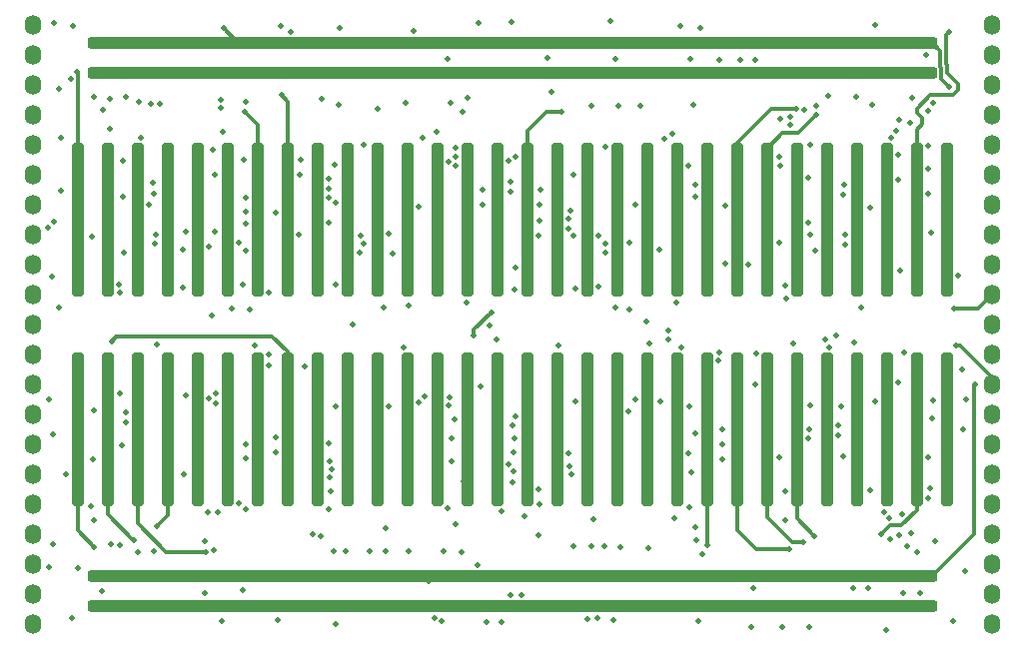
<source format=gbr>
%TF.GenerationSoftware,KiCad,Pcbnew,(6.0.6-0)*%
%TF.CreationDate,2022-07-26T09:11:42-07:00*%
%TF.ProjectId,MTMatrixV3,4d544d61-7472-4697-9856-332e6b696361,rev?*%
%TF.SameCoordinates,Original*%
%TF.FileFunction,Copper,L1,Top*%
%TF.FilePolarity,Positive*%
%FSLAX46Y46*%
G04 Gerber Fmt 4.6, Leading zero omitted, Abs format (unit mm)*
G04 Created by KiCad (PCBNEW (6.0.6-0)) date 2022-07-26 09:11:42*
%MOMM*%
%LPD*%
G01*
G04 APERTURE LIST*
G04 Aperture macros list*
%AMRoundRect*
0 Rectangle with rounded corners*
0 $1 Rounding radius*
0 $2 $3 $4 $5 $6 $7 $8 $9 X,Y pos of 4 corners*
0 Add a 4 corners polygon primitive as box body*
4,1,4,$2,$3,$4,$5,$6,$7,$8,$9,$2,$3,0*
0 Add four circle primitives for the rounded corners*
1,1,$1+$1,$2,$3*
1,1,$1+$1,$4,$5*
1,1,$1+$1,$6,$7*
1,1,$1+$1,$8,$9*
0 Add four rect primitives between the rounded corners*
20,1,$1+$1,$2,$3,$4,$5,0*
20,1,$1+$1,$4,$5,$6,$7,0*
20,1,$1+$1,$6,$7,$8,$9,0*
20,1,$1+$1,$8,$9,$2,$3,0*%
G04 Aperture macros list end*
%TA.AperFunction,ComponentPad*%
%ADD10RoundRect,0.700000X0.000000X-0.150000X0.000000X-0.150000X0.000000X0.150000X0.000000X0.150000X0*%
%TD*%
%TA.AperFunction,SMDPad,CuDef*%
%ADD11RoundRect,0.250000X-35.750000X-0.250000X35.750000X-0.250000X35.750000X0.250000X-35.750000X0.250000X0*%
%TD*%
%TA.AperFunction,SMDPad,CuDef*%
%ADD12RoundRect,0.250000X0.250000X-6.250000X0.250000X6.250000X-0.250000X6.250000X-0.250000X-6.250000X0*%
%TD*%
%TA.AperFunction,ViaPad*%
%ADD13C,0.500000*%
%TD*%
%TA.AperFunction,Conductor*%
%ADD14C,0.300000*%
%TD*%
G04 APERTURE END LIST*
D10*
%TO.P,J1,1,Pin_1*%
%TO.N,AX0*%
X124460000Y-30480000D03*
%TO.P,J1,2,Pin_2*%
%TO.N,AX1*%
X124460000Y-33020000D03*
%TO.P,J1,3,Pin_3*%
%TO.N,AX2*%
X124460000Y-35560000D03*
%TO.P,J1,4,Pin_4*%
%TO.N,AX3*%
X124460000Y-38100000D03*
%TO.P,J1,5,Pin_5*%
%TO.N,AY0*%
X124460000Y-40640000D03*
%TO.P,J1,6,Pin_6*%
%TO.N,AY1*%
X124460000Y-43180000D03*
%TO.P,J1,7,Pin_7*%
%TO.N,AY2*%
X124460000Y-45720000D03*
%TO.P,J1,8,Pin_8*%
%TO.N,DATA*%
X124460000Y-48260000D03*
%TO.P,J1,9,Pin_9*%
%TO.N,RESET*%
X124460000Y-50800000D03*
%TO.P,J1,10,Pin_10*%
%TO.N,STROBE*%
X124460000Y-53340000D03*
%TO.P,J1,11,Pin_11*%
%TO.N,+9V*%
X124460000Y-55880000D03*
%TO.P,J1,12,Pin_12*%
%TO.N,GND*%
X124460000Y-58420000D03*
%TO.P,J1,13,Pin_13*%
%TO.N,-9V*%
X124460000Y-60960000D03*
%TO.P,J1,14,Pin_14*%
%TO.N,AI*%
X124460000Y-63500000D03*
%TO.P,J1,15,Pin_15*%
%TO.N,BI*%
X124460000Y-66040000D03*
%TO.P,J1,16,Pin_16*%
%TO.N,CI*%
X124460000Y-68580000D03*
%TO.P,J1,17,Pin_17*%
%TO.N,DI*%
X124460000Y-71120000D03*
%TO.P,J1,18,Pin_18*%
%TO.N,EI*%
X124460000Y-73660000D03*
%TO.P,J1,19,Pin_19*%
%TO.N,FI*%
X124460000Y-76200000D03*
%TO.P,J1,20,Pin_20*%
%TO.N,GI*%
X124460000Y-78740000D03*
%TO.P,J1,21,Pin_21*%
%TO.N,HI*%
X124460000Y-81280000D03*
%TD*%
D11*
%TO.P,J3,0,Pin_0*%
%TO.N,Neg_Top*%
X165100000Y-34544000D03*
D12*
%TO.P,J3,1,Pin_1*%
%TO.N,1*%
X128270000Y-46990000D03*
%TO.P,J3,2,Pin_2*%
%TO.N,2*%
X130810000Y-46990000D03*
%TO.P,J3,3,Pin_3*%
%TO.N,3*%
X133350000Y-46990000D03*
%TO.P,J3,4,Pin_4*%
%TO.N,4*%
X135890000Y-46990000D03*
%TO.P,J3,5,Pin_5*%
%TO.N,5*%
X138430000Y-46990000D03*
%TO.P,J3,6,Pin_6*%
%TO.N,6*%
X140970000Y-46990000D03*
%TO.P,J3,7,Pin_7*%
%TO.N,7*%
X143510000Y-46990000D03*
%TO.P,J3,8,Pin_8*%
%TO.N,8*%
X146050000Y-46990000D03*
%TO.P,J3,9,Pin_9*%
%TO.N,9*%
X148590000Y-46990000D03*
%TO.P,J3,10,Pin_10*%
%TO.N,10*%
X151130000Y-46990000D03*
%TO.P,J3,11,Pin_11*%
%TO.N,11*%
X153670000Y-46990000D03*
%TO.P,J3,12,Pin_12*%
%TO.N,12*%
X156210000Y-46990000D03*
%TO.P,J3,13,Pin_13*%
%TO.N,13*%
X158750000Y-46990000D03*
%TO.P,J3,14,Pin_14*%
%TO.N,14*%
X161290000Y-46990000D03*
%TO.P,J3,15,Pin_15*%
%TO.N,15*%
X163830000Y-46990000D03*
%TO.P,J3,16,Pin_16*%
%TO.N,16*%
X166370000Y-46990000D03*
%TO.P,J3,17,Pin_17*%
%TO.N,17*%
X168910000Y-46990000D03*
%TO.P,J3,18,Pin_18*%
%TO.N,18*%
X171450000Y-46990000D03*
%TO.P,J3,19,Pin_19*%
%TO.N,19*%
X173990000Y-46990000D03*
%TO.P,J3,20,Pin_20*%
%TO.N,20*%
X176530000Y-46990000D03*
%TO.P,J3,21,Pin_21*%
%TO.N,21*%
X179070000Y-46990000D03*
%TO.P,J3,22,Pin_22*%
%TO.N,22*%
X181610000Y-46990000D03*
%TO.P,J3,23,Pin_23*%
%TO.N,23*%
X184150000Y-46990000D03*
%TO.P,J3,24,Pin_24*%
%TO.N,24*%
X186690000Y-46990000D03*
%TO.P,J3,25,Pin_25*%
%TO.N,25*%
X189230000Y-46990000D03*
%TO.P,J3,26,Pin_26*%
%TO.N,26*%
X191770000Y-46990000D03*
%TO.P,J3,27,Pin_27*%
%TO.N,27*%
X194310000Y-46990000D03*
%TO.P,J3,28,Pin_28*%
%TO.N,28*%
X196850000Y-46990000D03*
%TO.P,J3,29,Pin_29*%
%TO.N,29*%
X199390000Y-46990000D03*
%TO.P,J3,30,Pin_30*%
%TO.N,unconnected-(J3-Pad30)*%
X201930000Y-46990000D03*
D11*
%TO.P,J3,31,Pin_31*%
%TO.N,Pos_Top*%
X165100000Y-32004000D03*
%TO.P,J3,32,Pin_0*%
%TO.N,Neg_Bottom*%
X165100000Y-79756000D03*
D12*
%TO.P,J3,33,Pin_1*%
%TO.N,33*%
X128270000Y-64770000D03*
%TO.P,J3,34,Pin_2*%
%TO.N,34*%
X130810000Y-64770000D03*
%TO.P,J3,35,Pin_3*%
%TO.N,35*%
X133350000Y-64770000D03*
%TO.P,J3,36,Pin_4*%
%TO.N,36*%
X135890000Y-64770000D03*
%TO.P,J3,37,Pin_5*%
%TO.N,37*%
X138430000Y-64770000D03*
%TO.P,J3,38,Pin_6*%
%TO.N,38*%
X140970000Y-64770000D03*
%TO.P,J3,39,Pin_7*%
%TO.N,39*%
X143510000Y-64770000D03*
%TO.P,J3,40,Pin_8*%
%TO.N,40*%
X146050000Y-64770000D03*
%TO.P,J3,41,Pin_9*%
%TO.N,41*%
X148590000Y-64770000D03*
%TO.P,J3,42,Pin_10*%
%TO.N,42*%
X151130000Y-64770000D03*
%TO.P,J3,43,Pin_11*%
%TO.N,43*%
X153670000Y-64770000D03*
%TO.P,J3,44,Pin_12*%
%TO.N,44*%
X156210000Y-64770000D03*
%TO.P,J3,45,Pin_13*%
%TO.N,45*%
X158750000Y-64770000D03*
%TO.P,J3,46,Pin_14*%
%TO.N,46*%
X161290000Y-64770000D03*
%TO.P,J3,47,Pin_15*%
%TO.N,47*%
X163830000Y-64770000D03*
%TO.P,J3,48,Pin_16*%
%TO.N,48*%
X166370000Y-64770000D03*
%TO.P,J3,49,Pin_17*%
%TO.N,49*%
X168910000Y-64770000D03*
%TO.P,J3,50,Pin_18*%
%TO.N,50*%
X171450000Y-64770000D03*
%TO.P,J3,51,Pin_19*%
%TO.N,51*%
X173990000Y-64770000D03*
%TO.P,J3,52,Pin_20*%
%TO.N,52*%
X176530000Y-64770000D03*
%TO.P,J3,53,Pin_21*%
%TO.N,53*%
X179070000Y-64770000D03*
%TO.P,J3,54,Pin_22*%
%TO.N,54*%
X181610000Y-64770000D03*
%TO.P,J3,55,Pin_23*%
%TO.N,55*%
X184150000Y-64770000D03*
%TO.P,J3,56,Pin_24*%
%TO.N,56*%
X186690000Y-64770000D03*
%TO.P,J3,57,Pin_25*%
%TO.N,57*%
X189230000Y-64770000D03*
%TO.P,J3,58,Pin_26*%
%TO.N,58*%
X191770000Y-64770000D03*
%TO.P,J3,59,Pin_27*%
%TO.N,59*%
X194310000Y-64770000D03*
%TO.P,J3,60,Pin_28*%
%TO.N,60*%
X196850000Y-64770000D03*
%TO.P,J3,61,Pin_29*%
%TO.N,61*%
X199390000Y-64770000D03*
%TO.P,J3,62,Pin_30*%
%TO.N,unconnected-(J3-Pad62)*%
X201930000Y-64770000D03*
D11*
%TO.P,J3,63,Pin_31*%
%TO.N,Pos_Bottom*%
X165100000Y-77216000D03*
%TD*%
D10*
%TO.P,J2,1,Pin_1*%
%TO.N,CS_A*%
X205740000Y-30480000D03*
%TO.P,J2,2,Pin_2*%
%TO.N,CS_B*%
X205740000Y-33020000D03*
%TO.P,J2,3,Pin_3*%
%TO.N,CS_C*%
X205740000Y-35560000D03*
%TO.P,J2,4,Pin_4*%
%TO.N,CS_D*%
X205740000Y-38100000D03*
%TO.P,J2,5,Pin_5*%
%TO.N,CS_E*%
X205740000Y-40640000D03*
%TO.P,J2,6,Pin_6*%
%TO.N,CS_F*%
X205740000Y-43180000D03*
%TO.P,J2,7,Pin_7*%
%TO.N,CS_G*%
X205740000Y-45720000D03*
%TO.P,J2,8,Pin_8*%
%TO.N,CS_H*%
X205740000Y-48260000D03*
%TO.P,J2,9,Pin_9*%
%TO.N,GND2*%
X205740000Y-50800000D03*
%TO.P,J2,10,Pin_10*%
%TO.N,Pos_Top*%
X205740000Y-53340000D03*
%TO.P,J2,11,Pin_11*%
%TO.N,Pos_Bottom*%
X205740000Y-55880000D03*
%TO.P,J2,12,Pin_12*%
%TO.N,Bottom_LEDs*%
X205740000Y-58420000D03*
%TO.P,J2,13,Pin_13*%
%TO.N,Top_LEDs*%
X205740000Y-60960000D03*
%TO.P,J2,14,Pin_14*%
%TO.N,AJ*%
X205740000Y-63500000D03*
%TO.P,J2,15,Pin_15*%
%TO.N,BJ*%
X205740000Y-66040000D03*
%TO.P,J2,16,Pin_16*%
%TO.N,CJ*%
X205740000Y-68580000D03*
%TO.P,J2,17,Pin_17*%
%TO.N,DJ*%
X205740000Y-71120000D03*
%TO.P,J2,18,Pin_18*%
%TO.N,EJ*%
X205740000Y-73660000D03*
%TO.P,J2,19,Pin_19*%
%TO.N,FJ*%
X205740000Y-76200000D03*
%TO.P,J2,20,Pin_20*%
%TO.N,GJ*%
X205740000Y-78740000D03*
%TO.P,J2,21,Pin_21*%
%TO.N,HJ*%
X205740000Y-81280000D03*
%TD*%
D13*
%TO.N,4*%
X135890000Y-42519600D03*
%TO.N,AY2*%
X157175200Y-62484000D03*
X195627892Y-37207735D03*
X134721600Y-75082400D03*
X156108400Y-37025500D03*
X195478400Y-45964700D03*
X195395648Y-69916974D03*
X134331399Y-45720000D03*
X175580500Y-62230000D03*
X157175200Y-45821600D03*
X175961100Y-37283919D03*
X175580500Y-45720000D03*
%TO.N,RESET*%
X126847600Y-40030400D03*
X157530800Y-40030400D03*
X157683200Y-61925200D03*
X197222123Y-40050214D03*
X133594700Y-40030400D03*
X197053200Y-72288400D03*
X178001289Y-40115001D03*
X177657700Y-62331295D03*
X133400800Y-75133200D03*
%TO.N,AX3*%
X131826000Y-74574400D03*
X179414129Y-57821871D03*
X158665399Y-39462300D03*
X198177611Y-71941766D03*
X131014097Y-39205728D03*
X197640000Y-39410000D03*
X159699500Y-62738000D03*
X178674844Y-39658021D03*
%TO.N,AX0*%
X180421435Y-37176300D03*
X180180000Y-33350000D03*
X159775300Y-62029759D03*
X131098887Y-74431064D03*
X130445100Y-37649881D03*
X199007391Y-36588284D03*
X198872080Y-73503724D03*
X126240000Y-30310000D03*
X200201514Y-32981700D03*
X180099397Y-62771113D03*
X159660000Y-33300000D03*
X159918400Y-37025500D03*
%TO.N,/AH0*%
X129661939Y-63139761D03*
X129692400Y-36576000D03*
X197803154Y-60718046D03*
%TO.N,/AH1*%
X131013200Y-36677600D03*
X132377699Y-63311757D03*
X195834000Y-62382400D03*
%TO.N,/AD0*%
X187799315Y-38439103D03*
X132334000Y-36525200D03*
%TO.N,/AD1*%
X133451600Y-36931600D03*
X188630500Y-38912800D03*
%TO.N,/AE0*%
X139293600Y-71780400D03*
X134470000Y-37130000D03*
%TO.N,/AE1*%
X140157200Y-71780400D03*
X135210000Y-37170000D03*
%TO.N,/AF0*%
X145100500Y-65429209D03*
X140377135Y-37465043D03*
%TO.N,/AF1*%
X140370923Y-36765568D03*
X145100500Y-66650791D03*
%TO.N,8*%
X145542000Y-36372800D03*
%TO.N,GND*%
X125800000Y-62160000D03*
X126140000Y-74460000D03*
X156750000Y-30980000D03*
X182670000Y-33390000D03*
X200710000Y-63830000D03*
X192576789Y-56778715D03*
X200740000Y-62270000D03*
X200339500Y-44760000D03*
X171450000Y-80822800D03*
X180840000Y-81030000D03*
X132120000Y-44980000D03*
X198339996Y-58231418D03*
X168129500Y-33260000D03*
X173850000Y-33330000D03*
X192940000Y-62760000D03*
X154380000Y-73122094D03*
X178308000Y-57150000D03*
X197110000Y-74030000D03*
X159156400Y-80975200D03*
X200570000Y-48040000D03*
X181060000Y-30720000D03*
X181203600Y-75336400D03*
X140500000Y-81000000D03*
X198830000Y-38770000D03*
X137250000Y-68550000D03*
X126190000Y-65190000D03*
X171950000Y-72350000D03*
X146354800Y-31020201D03*
X200530000Y-69710000D03*
X142544800Y-36982400D03*
X202450000Y-80980000D03*
X132130000Y-41940000D03*
X139050000Y-78590000D03*
X197799500Y-41490000D03*
X179324000Y-30530800D03*
X126680000Y-35820000D03*
%TO.N,7*%
X142443200Y-37800500D03*
%TO.N,STROBE*%
X198018400Y-51257200D03*
X131836341Y-53120869D03*
X178882100Y-72238026D03*
X188264800Y-72440800D03*
X161273801Y-53969429D03*
X140541577Y-39462300D03*
X188315600Y-53644800D03*
X144466331Y-53127500D03*
X159318900Y-75020096D03*
X131826000Y-61711392D03*
X179006791Y-53950537D03*
%TO.N,6*%
X140970000Y-42113200D03*
%TO.N,-9V*%
X194044487Y-57353200D03*
X176665271Y-74838732D03*
X134946006Y-57495500D03*
X177596800Y-49479200D03*
X143312663Y-57647900D03*
X188925200Y-57454800D03*
X188280500Y-69951600D03*
X142392400Y-41910000D03*
X156291493Y-75020096D03*
X154950100Y-49808295D03*
X155877896Y-57781127D03*
X193360500Y-48209200D03*
X176733200Y-57414100D03*
%TO.N,5*%
X138420000Y-47030000D03*
%TO.N,AX1*%
X137414000Y-47955200D03*
X193294000Y-49072800D03*
X154386740Y-75020096D03*
X175006000Y-48920400D03*
X174281683Y-74729668D03*
X154635200Y-48107600D03*
X187706000Y-48920400D03*
X172964892Y-48946364D03*
X152508383Y-48992810D03*
X187706000Y-67091100D03*
X126273100Y-47091600D03*
X141938038Y-48885300D03*
X137475539Y-61825457D03*
X142497065Y-45093108D03*
%TO.N,AX2*%
X125780800Y-47599600D03*
X139395200Y-62077600D03*
X142560500Y-46294500D03*
X172964892Y-49741356D03*
X139395200Y-49276000D03*
X172893767Y-74662698D03*
X153010211Y-75020096D03*
X152190000Y-49710000D03*
X190820500Y-49580800D03*
X190179500Y-65465500D03*
X142560500Y-49580800D03*
%TO.N,AY0*%
X172427773Y-48311324D03*
X142560500Y-47329900D03*
X190347600Y-40604900D03*
X140013398Y-61713735D03*
X152501600Y-40640000D03*
X152298902Y-48325410D03*
X150985201Y-75020096D03*
X190268321Y-64709900D03*
X173014700Y-40744504D03*
X190347600Y-48260000D03*
X139711048Y-41064001D03*
X171805600Y-74676000D03*
%TO.N,AY1*%
X170332400Y-48310800D03*
X190179500Y-47244000D03*
X149937645Y-75020096D03*
X139903200Y-43180000D03*
X150040054Y-42283166D03*
X190179500Y-43383200D03*
X190325259Y-62660298D03*
X149548247Y-47202500D03*
X170327151Y-74615900D03*
X170332400Y-43180000D03*
X139903200Y-47979500D03*
X140004800Y-62534800D03*
%TO.N,/AG1*%
X165238951Y-66662400D03*
X163170000Y-55940000D03*
X142840000Y-54560000D03*
%TO.N,/AG0*%
X139649200Y-55067200D03*
X165318824Y-65513400D03*
X163770000Y-57100000D03*
%TO.N,/AC1*%
X137210800Y-49479200D03*
X165420500Y-51003200D03*
X165411792Y-41638495D03*
%TO.N,/AC0*%
X165323069Y-52842100D03*
X137160000Y-52730400D03*
X164791873Y-41962539D03*
%TO.N,/AB1*%
X134620000Y-43789600D03*
X149539500Y-43484800D03*
X134940500Y-48260000D03*
%TO.N,/AB0*%
X149539500Y-44297600D03*
X134823200Y-48971200D03*
X134730900Y-44763538D03*
%TO.N,AJ*%
X132400500Y-64097903D03*
X132220673Y-49784940D03*
%TO.N,AI*%
X126085600Y-51816000D03*
X131759500Y-52425600D03*
%TO.N,CS_A*%
X127670500Y-35052000D03*
X129450000Y-48430000D03*
%TO.N,2*%
X130911600Y-47599600D03*
%TO.N,DATA*%
X170500500Y-62331600D03*
X202896498Y-51671150D03*
X171795500Y-37293039D03*
X203352400Y-64770000D03*
X150180500Y-52414193D03*
X139790193Y-74953615D03*
X142259111Y-52480400D03*
X150180500Y-62779999D03*
X189838699Y-37673648D03*
X188280500Y-52527200D03*
X170500500Y-52781200D03*
X150368000Y-37185600D03*
%TO.N,3*%
X133350000Y-44805600D03*
%TO.N,+9V*%
X193131939Y-66979839D03*
X139052874Y-74216297D03*
X174939500Y-63219098D03*
X126860000Y-44520000D03*
X173858022Y-54439368D03*
X126658648Y-54396383D03*
X174142400Y-37277100D03*
X154228800Y-54406800D03*
X153720800Y-37541200D03*
X200364500Y-67091100D03*
X194260000Y-36580000D03*
X154619500Y-62779999D03*
X141368844Y-54515956D03*
X194665600Y-54406800D03*
%TO.N,11*%
X153720800Y-45212000D03*
%TO.N,/BH0*%
X191920000Y-36470000D03*
X191660450Y-57111192D03*
X161340800Y-36626800D03*
%TO.N,/BH1*%
X160934400Y-37800500D03*
X190867159Y-37285518D03*
X191964372Y-57768594D03*
%TO.N,/BD0*%
X160340500Y-40894000D03*
X187706000Y-41605200D03*
%TO.N,/BD1*%
X187807600Y-42367200D03*
X160321083Y-41593233D03*
%TO.N,/BE0*%
X160274772Y-72759500D03*
X142487046Y-71521705D03*
X160340500Y-42367200D03*
%TO.N,/BE1*%
X159715200Y-42011600D03*
X159664400Y-71434100D03*
X141919500Y-70967600D03*
%TO.N,/BF0*%
X164798998Y-67718716D03*
X149820381Y-68138769D03*
X162550000Y-44440000D03*
%TO.N,/BF1*%
X149599853Y-68802600D03*
X165201600Y-68326000D03*
X162610000Y-45720000D03*
%TO.N,15*%
X163819900Y-50660057D03*
%TO.N,14*%
X161030000Y-45760000D03*
%TO.N,13*%
X158532497Y-46519950D03*
%TO.N,12*%
X156210000Y-47193200D03*
%TO.N,/BG1*%
X147000000Y-48250000D03*
X169859500Y-47752000D03*
X169960563Y-67884001D03*
%TO.N,/BG0*%
X169859500Y-46888400D03*
X145080000Y-46360000D03*
X169884500Y-66785001D03*
%TO.N,/BC1*%
X164947600Y-44602400D03*
X150114000Y-45516800D03*
%TO.N,/BC0*%
X164965444Y-43705844D03*
X149539500Y-45110400D03*
%TO.N,BJ*%
X149582299Y-65903799D03*
X147116799Y-43179999D03*
%TO.N,BI*%
X147167600Y-41910000D03*
X149622553Y-67452851D03*
%TO.N,CS_B*%
X148945600Y-36677600D03*
%TO.N,9*%
X148645844Y-40888956D03*
%TO.N,10*%
X151079200Y-41046400D03*
%TO.N,18*%
X171620000Y-44420000D03*
%TO.N,/CH0*%
X185743550Y-58334926D03*
X184420000Y-33390000D03*
%TO.N,/CH1*%
X185715500Y-60943135D03*
X185700000Y-33430000D03*
%TO.N,/CE0*%
X142519507Y-67166900D03*
X180035200Y-66802000D03*
X180019500Y-42418000D03*
%TO.N,/CE1*%
X180658298Y-65065526D03*
X180660500Y-43992800D03*
X142560500Y-66040000D03*
%TO.N,/CF0*%
X180272013Y-68378876D03*
X180660500Y-45008800D03*
X149707600Y-69951600D03*
%TO.N,/CF1*%
X180136800Y-71374000D03*
X149555200Y-71526400D03*
X183200500Y-45770800D03*
%TO.N,22*%
X181610000Y-47599600D03*
%TO.N,21*%
X179070000Y-47904400D03*
%TO.N,20*%
X176580800Y-47447200D03*
%TO.N,19*%
X173939200Y-47701200D03*
%TO.N,/CG1*%
X167386000Y-71091300D03*
X167335200Y-48310800D03*
%TO.N,/CG0*%
X167386000Y-47040800D03*
X167350000Y-69850000D03*
%TO.N,CJ*%
X170150299Y-68557280D03*
X167386000Y-45720000D03*
%TO.N,CI*%
X167487600Y-44399200D03*
X165100000Y-69240400D03*
%TO.N,CS_C*%
X168429759Y-36077300D03*
%TO.N,16*%
X169316400Y-37795200D03*
%TO.N,17*%
X168910000Y-45923200D03*
%TO.N,Net-(C1-Pad2)*%
X145491200Y-30520700D03*
X156362400Y-54203600D03*
%TO.N,Net-(C2-Pad2)*%
X145230000Y-80900000D03*
X151587200Y-55880000D03*
%TO.N,25*%
X189230000Y-45720000D03*
%TO.N,/DH0*%
X200729777Y-37049245D03*
X199440800Y-75133200D03*
%TO.N,/DH1*%
X200355200Y-37693600D03*
X198561340Y-74596400D03*
%TO.N,DI*%
X197910000Y-38500000D03*
X196611613Y-71745901D03*
%TO.N,DJ*%
X200364500Y-70555500D03*
X200364500Y-40690800D03*
%TO.N,/DE0*%
X200901138Y-74184199D03*
X129692400Y-72440800D03*
X200364500Y-42630500D03*
%TO.N,/DE1*%
X197799500Y-43586400D03*
X197866000Y-73710800D03*
X129387600Y-71221600D03*
%TO.N,/DF0*%
X192719500Y-64363600D03*
X193243200Y-43992800D03*
X165409690Y-63631211D03*
%TO.N,/DF1*%
X192735200Y-65278000D03*
X193192400Y-44856400D03*
X165100000Y-64363600D03*
%TO.N,28*%
X196900800Y-47701200D03*
%TO.N,27*%
X194208400Y-47650400D03*
%TO.N,26*%
X191922400Y-53035200D03*
%TO.N,/DG1*%
X185099500Y-50800000D03*
X182930800Y-65989200D03*
%TO.N,/DG0*%
X182930800Y-64770000D03*
X183200500Y-50647600D03*
%TO.N,CS_D*%
X188630500Y-38213297D03*
%TO.N,23*%
X189155309Y-37524376D03*
%TO.N,24*%
X190900500Y-38100000D03*
%TO.N,Net-(D1-Pad2)*%
X173390000Y-30140000D03*
X195834000Y-30480000D03*
X127843987Y-30536164D03*
X172399500Y-52628800D03*
X150520400Y-30683200D03*
%TO.N,Net-(D5-Pad2)*%
X196830000Y-81760000D03*
X176452548Y-55564614D03*
X172364400Y-80705500D03*
X150114000Y-81280000D03*
X173700000Y-80880000D03*
X127827550Y-80774344D03*
%TO.N,36*%
X134970500Y-72925947D03*
%TO.N,/EH0*%
X195310000Y-78226498D03*
X128300000Y-76530000D03*
%TO.N,/EH1*%
X130360000Y-78460000D03*
X194040000Y-78226498D03*
%TO.N,EJ*%
X127320500Y-68580000D03*
X125853272Y-76413309D03*
%TO.N,/EF0*%
X129540000Y-67310000D03*
X160000797Y-67433115D03*
%TO.N,/EF1*%
X132029200Y-66090800D03*
X160000797Y-65534608D03*
%TO.N,40*%
X131133193Y-57244630D03*
%TO.N,39*%
X143560800Y-60960000D03*
%TO.N,38*%
X140970000Y-64516000D03*
%TO.N,37*%
X138430000Y-62687200D03*
%TO.N,/EG1*%
X182634869Y-58179500D03*
X144475200Y-58380897D03*
%TO.N,/EG0*%
X182930800Y-67310000D03*
X144475200Y-59334400D03*
X182585389Y-58907132D03*
%TO.N,CS_E*%
X203454000Y-76774500D03*
X142300000Y-78380000D03*
%TO.N,34*%
X133029500Y-74102972D03*
%TO.N,35*%
X139130690Y-75186766D03*
%TO.N,43*%
X153670000Y-67259200D03*
%TO.N,/FH0*%
X162448300Y-61092022D03*
X164189535Y-81069001D03*
%TO.N,/FH1*%
X160223200Y-63855600D03*
X158486828Y-80772770D03*
%TO.N,FI*%
X160842900Y-75148845D03*
%TO.N,FJ*%
X164230000Y-71710000D03*
X162143500Y-76265411D03*
%TO.N,47*%
X163890786Y-70485000D03*
%TO.N,46*%
X160976953Y-69096247D03*
%TO.N,45*%
X158699200Y-67259200D03*
%TO.N,44*%
X156260800Y-67310000D03*
%TO.N,/FG1*%
X180594000Y-73050400D03*
X148183600Y-73609200D03*
%TO.N,/FG0*%
X148893822Y-73818604D03*
X180695600Y-74107900D03*
%TO.N,CS_F*%
X203218599Y-59684983D03*
X147498482Y-59367426D03*
%TO.N,41*%
X148590000Y-64516000D03*
%TO.N,42*%
X151180800Y-65684400D03*
%TO.N,50*%
X171450000Y-58775600D03*
%TO.N,54*%
X181610000Y-74574400D03*
%TO.N,53*%
X179019200Y-69900800D03*
%TO.N,52*%
X176621500Y-68478400D03*
%TO.N,51*%
X173990000Y-66473801D03*
%TO.N,GJ*%
X167350000Y-73720000D03*
X165912800Y-78794605D03*
%TO.N,GI*%
X164947600Y-78794605D03*
X166170000Y-72110999D03*
%TO.N,CS_G*%
X168987702Y-57641729D03*
X170019973Y-46207553D03*
%TO.N,48*%
X166319200Y-60960000D03*
%TO.N,49*%
X168910000Y-64414400D03*
%TO.N,57*%
X190703200Y-73761600D03*
%TO.N,HI*%
X199710000Y-78600000D03*
%TO.N,HJ*%
X198250922Y-78610922D03*
%TO.N,61_jumper*%
X187990000Y-81500000D03*
X185572400Y-78181200D03*
%TO.N,60*%
X196807089Y-65539889D03*
%TO.N,59*%
X194199687Y-66793287D03*
%TO.N,58*%
X191770000Y-66243200D03*
%TO.N,CS_H*%
X203587004Y-62230000D03*
%TO.N,55*%
X188569600Y-74884695D03*
%TO.N,56*%
X189803912Y-74335512D03*
%TO.N,GND2*%
X162930269Y-81069001D03*
X162280000Y-30250000D03*
X163322000Y-54813200D03*
X161848800Y-56794400D03*
%TO.N,Pos_Top*%
X158550000Y-32020000D03*
X140665200Y-30734000D03*
X202539600Y-54508400D03*
X202119611Y-35689213D03*
X201038889Y-32333289D03*
X170520000Y-32030000D03*
%TO.N,Pos_Bottom*%
X145288000Y-77317600D03*
X158013400Y-77632386D03*
X204317600Y-60960000D03*
%TO.N,Bottom_LEDs*%
X178358800Y-56388000D03*
%TO.N,Top_LEDs*%
X175056800Y-54610000D03*
X202692000Y-57607200D03*
%TO.N,Neg_Top*%
X167520000Y-34530000D03*
X165080000Y-30150000D03*
X162550000Y-34540000D03*
%TO.N,1*%
X128200000Y-34380000D03*
%TO.N,29*%
X202143300Y-31028700D03*
%TO.N,Neg_Bottom*%
X169926000Y-79756000D03*
X178840000Y-79660000D03*
X160869401Y-79988422D03*
%TO.N,33*%
X185400000Y-81500000D03*
X129686690Y-74734513D03*
%TO.N,61*%
X196392800Y-73609200D03*
X190280000Y-81500000D03*
%TD*%
D14*
%TO.N,4*%
X135890000Y-42519600D02*
X135890000Y-46990000D01*
%TO.N,8*%
X146050000Y-46990000D02*
X146100800Y-46939200D01*
X146100800Y-36931600D02*
X145542000Y-36372800D01*
X146100800Y-46939200D02*
X146100800Y-36931600D01*
%TO.N,7*%
X143510000Y-46990000D02*
X143510000Y-38867300D01*
X143510000Y-38867300D02*
X142443200Y-37800500D01*
%TO.N,6*%
X140970000Y-42113200D02*
X140970000Y-46990000D01*
%TO.N,5*%
X138430000Y-46990000D02*
X138430000Y-47020000D01*
X138430000Y-47020000D02*
X138420000Y-47030000D01*
%TO.N,2*%
X130911600Y-47091600D02*
X130810000Y-46990000D01*
X130911600Y-47599600D02*
X130911600Y-47091600D01*
%TO.N,3*%
X133350000Y-44805600D02*
X133350000Y-46990000D01*
%TO.N,11*%
X153720800Y-46939200D02*
X153670000Y-46990000D01*
X153720800Y-45212000D02*
X153720800Y-46939200D01*
%TO.N,15*%
X163830000Y-46990000D02*
X163779200Y-47040800D01*
X163779200Y-47040800D02*
X163779200Y-50619357D01*
X163779200Y-50619357D02*
X163819900Y-50660057D01*
%TO.N,14*%
X161290000Y-46990000D02*
X161030000Y-46730000D01*
X161030000Y-46730000D02*
X161030000Y-45760000D01*
%TO.N,13*%
X158750000Y-46990000D02*
X158532497Y-46772497D01*
X158532497Y-46772497D02*
X158532497Y-46519950D01*
%TO.N,12*%
X156210000Y-47193200D02*
X156210000Y-46990000D01*
%TO.N,9*%
X148645844Y-40888956D02*
X148645844Y-46934156D01*
X148645844Y-46934156D02*
X148590000Y-46990000D01*
%TO.N,10*%
X151079200Y-41046400D02*
X151079200Y-46939200D01*
X151079200Y-46939200D02*
X151130000Y-46990000D01*
%TO.N,18*%
X171450000Y-44590000D02*
X171620000Y-44420000D01*
X171450000Y-46990000D02*
X171450000Y-44590000D01*
%TO.N,22*%
X181610000Y-47599600D02*
X181610000Y-46990000D01*
%TO.N,21*%
X179070000Y-47904400D02*
X179070000Y-46990000D01*
%TO.N,20*%
X176580800Y-47040800D02*
X176530000Y-46990000D01*
X176580800Y-47447200D02*
X176580800Y-47040800D01*
%TO.N,19*%
X173939200Y-47040800D02*
X173990000Y-46990000D01*
X173939200Y-47701200D02*
X173939200Y-47040800D01*
%TO.N,16*%
X169316400Y-37795200D02*
X167995600Y-37795200D01*
X166370000Y-39420800D02*
X166370000Y-46990000D01*
X167995600Y-37795200D02*
X166370000Y-39420800D01*
%TO.N,17*%
X168910000Y-45923200D02*
X168910000Y-46990000D01*
%TO.N,25*%
X189230000Y-45720000D02*
X189230000Y-46990000D01*
%TO.N,28*%
X196900800Y-47701200D02*
X196900800Y-47040800D01*
X196900800Y-47040800D02*
X196850000Y-46990000D01*
%TO.N,27*%
X194208400Y-47091600D02*
X194310000Y-46990000D01*
X194208400Y-47650400D02*
X194208400Y-47091600D01*
%TO.N,26*%
X191922400Y-53035200D02*
X191770000Y-52882800D01*
X191770000Y-52882800D02*
X191770000Y-46990000D01*
%TO.N,23*%
X184150000Y-40436800D02*
X187062424Y-37524376D01*
X187062424Y-37524376D02*
X189155309Y-37524376D01*
X184150000Y-46990000D02*
X184150000Y-40436800D01*
%TO.N,24*%
X189376500Y-39624000D02*
X190900500Y-38100000D01*
X186690000Y-40944800D02*
X188010800Y-39624000D01*
X188010800Y-39624000D02*
X189376500Y-39624000D01*
X186690000Y-46990000D02*
X186690000Y-40944800D01*
%TO.N,36*%
X135890000Y-64770000D02*
X135890000Y-72006447D01*
X135890000Y-72006447D02*
X134970500Y-72925947D01*
%TO.N,40*%
X146050000Y-58166000D02*
X144744000Y-56860000D01*
X131517823Y-56860000D02*
X131133193Y-57244630D01*
X144744000Y-56860000D02*
X131517823Y-56860000D01*
X146050000Y-64770000D02*
X146050000Y-58166000D01*
%TO.N,39*%
X143560800Y-60960000D02*
X143560800Y-64719200D01*
X143560800Y-64719200D02*
X143510000Y-64770000D01*
%TO.N,38*%
X140970000Y-64516000D02*
X140970000Y-64770000D01*
%TO.N,37*%
X138430000Y-62687200D02*
X138430000Y-64770000D01*
%TO.N,34*%
X130810000Y-71932800D02*
X132980172Y-74102972D01*
X132980172Y-74102972D02*
X133029500Y-74102972D01*
X130810000Y-64770000D02*
X130810000Y-71932800D01*
%TO.N,35*%
X139077124Y-75133200D02*
X139130690Y-75186766D01*
X133350000Y-64770000D02*
X133350000Y-72694800D01*
X135788400Y-75133200D02*
X139077124Y-75133200D01*
X133350000Y-72694800D02*
X135788400Y-75133200D01*
%TO.N,43*%
X153670000Y-67259200D02*
X153670000Y-64770000D01*
%TO.N,47*%
X163830000Y-70424214D02*
X163830000Y-64770000D01*
X163890786Y-70485000D02*
X163830000Y-70424214D01*
%TO.N,46*%
X161239200Y-64820800D02*
X161239200Y-68834000D01*
X161290000Y-64770000D02*
X161239200Y-64820800D01*
X161239200Y-68834000D02*
X160976953Y-69096247D01*
%TO.N,45*%
X158699200Y-64820800D02*
X158750000Y-64770000D01*
X158699200Y-67259200D02*
X158699200Y-64820800D01*
%TO.N,44*%
X156260800Y-64820800D02*
X156210000Y-64770000D01*
X156260800Y-67310000D02*
X156260800Y-64820800D01*
%TO.N,41*%
X148590000Y-64516000D02*
X148590000Y-64770000D01*
%TO.N,42*%
X151180800Y-65684400D02*
X151180800Y-64820800D01*
X151180800Y-64820800D02*
X151130000Y-64770000D01*
%TO.N,50*%
X171450000Y-58775600D02*
X171450000Y-64770000D01*
%TO.N,54*%
X181610000Y-74574400D02*
X181610000Y-64770000D01*
%TO.N,53*%
X179019200Y-69900800D02*
X179019200Y-64820800D01*
X179019200Y-64820800D02*
X179070000Y-64770000D01*
%TO.N,52*%
X176530000Y-64770000D02*
X176530000Y-68386900D01*
X176530000Y-68386900D02*
X176621500Y-68478400D01*
%TO.N,51*%
X173990000Y-66473801D02*
X173990000Y-64770000D01*
%TO.N,48*%
X166370000Y-61010800D02*
X166370000Y-64770000D01*
X166319200Y-60960000D02*
X166370000Y-61010800D01*
%TO.N,49*%
X168910000Y-64414400D02*
X168910000Y-64770000D01*
%TO.N,57*%
X190703200Y-73761600D02*
X189230000Y-72288400D01*
X189230000Y-72288400D02*
X189230000Y-64770000D01*
%TO.N,60*%
X196850000Y-65496978D02*
X196807089Y-65539889D01*
X196850000Y-64770000D02*
X196850000Y-65496978D01*
%TO.N,59*%
X194310000Y-64770000D02*
X194310000Y-66682974D01*
X194310000Y-66682974D02*
X194199687Y-66793287D01*
%TO.N,58*%
X191770000Y-66243200D02*
X191770000Y-64770000D01*
%TO.N,55*%
X184150000Y-64770000D02*
X184150000Y-73253600D01*
X184150000Y-73253600D02*
X185781095Y-74884695D01*
X185781095Y-74884695D02*
X188569600Y-74884695D01*
%TO.N,56*%
X186690000Y-64770000D02*
X186690000Y-72157273D01*
X188868239Y-74335512D02*
X189803912Y-74335512D01*
X186690000Y-72157273D02*
X188868239Y-74335512D01*
%TO.N,GND2*%
X163322000Y-54813200D02*
X161848800Y-56286400D01*
X161848800Y-56286400D02*
X161848800Y-56794400D01*
%TO.N,Pos_Top*%
X165074000Y-32030000D02*
X165100000Y-32004000D01*
X202539600Y-54508400D02*
X204571600Y-54508400D01*
X140665200Y-30734000D02*
X141961200Y-32030000D01*
X201450000Y-34045472D02*
X201450000Y-35019602D01*
X201379699Y-32674099D02*
X201379699Y-33975171D01*
X204571600Y-54508400D02*
X205740000Y-53340000D01*
X165084000Y-32020000D02*
X165100000Y-32004000D01*
X165100000Y-32004000D02*
X170494000Y-32004000D01*
X170494000Y-32004000D02*
X170520000Y-32030000D01*
X201379699Y-33975171D02*
X201450000Y-34045472D01*
X141961200Y-32030000D02*
X165074000Y-32030000D01*
X170520000Y-32030000D02*
X200735600Y-32030000D01*
X200735600Y-32030000D02*
X201379699Y-32674099D01*
X201379699Y-32674099D02*
X201038889Y-32333289D01*
X158550000Y-32020000D02*
X165084000Y-32020000D01*
X201450000Y-35019602D02*
X202119611Y-35689213D01*
%TO.N,Pos_Bottom*%
X200660000Y-77216000D02*
X204266800Y-73609200D01*
X158013400Y-77632386D02*
X158429786Y-77216000D01*
X204266800Y-61010800D02*
X204317600Y-60960000D01*
X204266800Y-73609200D02*
X204266800Y-61010800D01*
X145288000Y-77317600D02*
X164998400Y-77317600D01*
X165100000Y-77216000D02*
X200660000Y-77216000D01*
X164998400Y-77317600D02*
X165100000Y-77216000D01*
X158429786Y-77216000D02*
X165100000Y-77216000D01*
%TO.N,Top_LEDs*%
X205740000Y-60960000D02*
X205740000Y-60299600D01*
X203047600Y-57607200D02*
X202692000Y-57607200D01*
X205740000Y-60299600D02*
X203047600Y-57607200D01*
%TO.N,Neg_Top*%
X162554000Y-34544000D02*
X162550000Y-34540000D01*
X165100000Y-34544000D02*
X162554000Y-34544000D01*
X165114000Y-34530000D02*
X167520000Y-34530000D01*
X165100000Y-34544000D02*
X165114000Y-34530000D01*
%TO.N,1*%
X128270000Y-34450000D02*
X128200000Y-34380000D01*
X128270000Y-46990000D02*
X128270000Y-34450000D01*
%TO.N,29*%
X202895200Y-35915600D02*
X202895200Y-35445200D01*
X200558400Y-36372800D02*
X202438000Y-36372800D01*
X199869500Y-38331678D02*
X199390000Y-37852178D01*
X199390000Y-39327822D02*
X199869500Y-38848322D01*
X201949501Y-34499501D02*
X201949501Y-33838571D01*
X199869500Y-38848322D02*
X199869500Y-38331678D01*
X199390000Y-46990000D02*
X199390000Y-39327822D01*
X201949501Y-33838571D02*
X201879200Y-33768270D01*
X202438000Y-36372800D02*
X202895200Y-35915600D01*
X199390000Y-37541200D02*
X200558400Y-36372800D01*
X201879200Y-33768270D02*
X201879200Y-31292800D01*
X199390000Y-37852178D02*
X199390000Y-37541200D01*
X201879200Y-31292800D02*
X202143300Y-31028700D01*
X202895200Y-35445200D02*
X201949501Y-34499501D01*
%TO.N,Neg_Bottom*%
X165100000Y-79756000D02*
X161101823Y-79756000D01*
X161101823Y-79756000D02*
X160869401Y-79988422D01*
X169926000Y-79756000D02*
X165100000Y-79756000D01*
%TO.N,33*%
X128270000Y-64770000D02*
X128270000Y-73317823D01*
X128270000Y-73317823D02*
X129686690Y-74734513D01*
%TO.N,61*%
X199390000Y-71577200D02*
X199390000Y-64770000D01*
X198069200Y-72898000D02*
X199390000Y-71577200D01*
X196392800Y-73609200D02*
X197104000Y-72898000D01*
X197104000Y-72898000D02*
X198069200Y-72898000D01*
%TD*%
M02*

</source>
